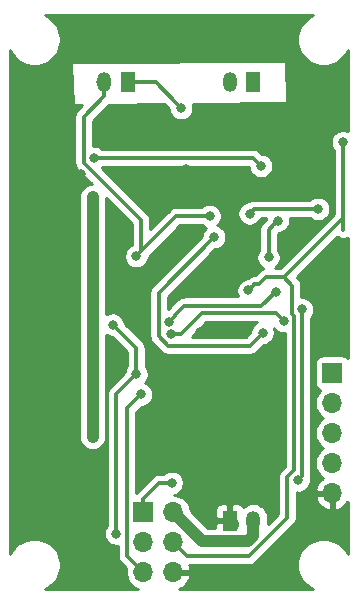
<source format=gbr>
G04 #@! TF.GenerationSoftware,KiCad,Pcbnew,5.1.5-52549c5~84~ubuntu18.04.1*
G04 #@! TF.CreationDate,2020-01-13T19:03:02+01:00*
G04 #@! TF.ProjectId,v4,76342e6b-6963-4616-945f-706362585858,rev?*
G04 #@! TF.SameCoordinates,Original*
G04 #@! TF.FileFunction,Copper,L2,Bot*
G04 #@! TF.FilePolarity,Positive*
%FSLAX46Y46*%
G04 Gerber Fmt 4.6, Leading zero omitted, Abs format (unit mm)*
G04 Created by KiCad (PCBNEW 5.1.5-52549c5~84~ubuntu18.04.1) date 2020-01-13 19:03:02*
%MOMM*%
%LPD*%
G04 APERTURE LIST*
%ADD10R,1.200000X1.700000*%
%ADD11O,1.200000X1.700000*%
%ADD12R,1.700000X1.700000*%
%ADD13O,1.700000X1.700000*%
%ADD14C,0.800000*%
%ADD15C,1.000000*%
%ADD16C,0.300000*%
%ADD17C,0.254000*%
G04 APERTURE END LIST*
D10*
X123217600Y-54387600D03*
D11*
X121217600Y-54387600D03*
D12*
X129917600Y-78987600D03*
D13*
X129917600Y-81527600D03*
X129917600Y-84067600D03*
X129917600Y-86607600D03*
X129917600Y-89147600D03*
D12*
X113917600Y-90787600D03*
D13*
X116457600Y-90787600D03*
X113917600Y-93327600D03*
X116457600Y-93327600D03*
X113917600Y-95867600D03*
X116457600Y-95867600D03*
D10*
X121217600Y-91487600D03*
D11*
X123217600Y-91487600D03*
D10*
X112617600Y-54387600D03*
D11*
X110617600Y-54387600D03*
D14*
X112717600Y-67287600D03*
X111219064Y-73686136D03*
X119117600Y-86987600D03*
X120217600Y-86987600D03*
X121317600Y-86987600D03*
X122417600Y-86987600D03*
X117317600Y-68187600D03*
X106417600Y-62137610D03*
X119817600Y-51587600D03*
X119817600Y-49187600D03*
X104417600Y-59587600D03*
X108612556Y-62142654D03*
X116517600Y-68787600D03*
X118717600Y-75487600D03*
X114017600Y-75887600D03*
X117801870Y-86908949D03*
X112917600Y-50437610D03*
X113934889Y-50409368D03*
X128917600Y-74887600D03*
X117517600Y-61687600D03*
X113317600Y-69087600D03*
X119517596Y-65687600D03*
X117117600Y-56553279D03*
X109617635Y-64099235D03*
X109617631Y-84387631D03*
X124517600Y-69187600D03*
X125316827Y-66080902D03*
X123867592Y-61437608D03*
X109717600Y-60787600D03*
X125117600Y-72087600D03*
X116075647Y-74624439D03*
X122917598Y-65487602D03*
X128717618Y-65087600D03*
X119917600Y-67487600D03*
X124017610Y-75587594D03*
X113717600Y-80787600D03*
X122817578Y-71987598D03*
X130817610Y-59447358D03*
X127367579Y-73606829D03*
X127037787Y-88069510D03*
X116317600Y-88287600D03*
X111317600Y-74887600D03*
X113317600Y-79087600D03*
X125817600Y-74587604D03*
X116243643Y-75711547D03*
X111617608Y-92587620D03*
D15*
X121517600Y-91787600D02*
X121517600Y-91837600D01*
X121217600Y-91487600D02*
X121517600Y-91787600D01*
X118857600Y-93187600D02*
X116457600Y-90787600D01*
X118907601Y-93237601D02*
X118857600Y-93187600D01*
X122757601Y-93237601D02*
X118907601Y-93237601D01*
X123217600Y-91487600D02*
X123217600Y-92777602D01*
X123217600Y-92777602D02*
X122757601Y-93237601D01*
D16*
X110117600Y-54387600D02*
X110617600Y-54387600D01*
X108867599Y-61195601D02*
X113717599Y-66045601D01*
X110617600Y-54387600D02*
X110617600Y-55537600D01*
X113717599Y-68687601D02*
X113317600Y-69087600D01*
X110617600Y-55537600D02*
X108867599Y-57287601D01*
X108867599Y-57287601D02*
X108867599Y-61195601D01*
X113717599Y-66045601D02*
X113717599Y-68687601D01*
X118951911Y-65687600D02*
X119517596Y-65687600D01*
X113317600Y-69087600D02*
X116717600Y-65687600D01*
X116717600Y-65687600D02*
X118951911Y-65687600D01*
X112617600Y-54387600D02*
X114951921Y-54387600D01*
X114951921Y-54387600D02*
X116717601Y-56153280D01*
X116717601Y-56153280D02*
X117117600Y-56553279D01*
D15*
X109617635Y-64099235D02*
X109617635Y-84387627D01*
X109617635Y-84387627D02*
X109617631Y-84387631D01*
D16*
X124916828Y-66480901D02*
X125316827Y-66080902D01*
X124517600Y-69187600D02*
X124517600Y-66880129D01*
X124517600Y-66880129D02*
X124916828Y-66480901D01*
X123867592Y-61437608D02*
X123217584Y-60787600D01*
X110283285Y-60787600D02*
X109717600Y-60787600D01*
X123217584Y-60787600D02*
X110283285Y-60787600D01*
X123917611Y-73287589D02*
X117383278Y-73287589D01*
X125117600Y-72087600D02*
X123917611Y-73287589D01*
X117383278Y-73287589D02*
X116683276Y-73987591D01*
X116717600Y-73987600D02*
X116712486Y-73987600D01*
X116712486Y-73987600D02*
X116475646Y-74224440D01*
X116475646Y-74224440D02*
X116075647Y-74624439D01*
X128151933Y-65087600D02*
X128717618Y-65087600D01*
X123317600Y-65087600D02*
X128151933Y-65087600D01*
X122917598Y-65487602D02*
X123317600Y-65087600D01*
X119917600Y-67487600D02*
X115217600Y-72187600D01*
X115217600Y-72187600D02*
X115217600Y-75887600D01*
X115217600Y-75887600D02*
X116017599Y-76687599D01*
X123617611Y-75987593D02*
X124017610Y-75587594D01*
X122917605Y-76687599D02*
X123617611Y-75987593D01*
X116017599Y-76687599D02*
X122917605Y-76687599D01*
X112517600Y-81987600D02*
X113317601Y-81187599D01*
X113917600Y-95867600D02*
X112517600Y-94467600D01*
X113317601Y-81187599D02*
X113717600Y-80787600D01*
X112517600Y-94467600D02*
X112517600Y-81987600D01*
X123217577Y-71587599D02*
X122817578Y-71987598D01*
X123717599Y-71487601D02*
X123317575Y-71487601D01*
X123317575Y-71487601D02*
X123217577Y-71587599D01*
X123717599Y-71487601D02*
X124333640Y-70871560D01*
X124333640Y-70871560D02*
X125798085Y-70871560D01*
X130817610Y-65852035D02*
X125798085Y-70871560D01*
X130817610Y-59447358D02*
X130817610Y-66852035D01*
X126667602Y-74164856D02*
X126667602Y-86537598D01*
X126517577Y-74014831D02*
X126667602Y-74164856D01*
X125798085Y-70871560D02*
X126517577Y-71591052D01*
X126517577Y-71591052D02*
X126517577Y-74014831D01*
X117307599Y-94177599D02*
X116457600Y-93327600D01*
X122851120Y-94487600D02*
X117617600Y-94487600D01*
X126117600Y-91221120D02*
X122851120Y-94487600D01*
X126117600Y-87787600D02*
X126117600Y-91221120D01*
X126667602Y-87237598D02*
X126117600Y-87787600D01*
X126667602Y-86537598D02*
X126667602Y-87237598D01*
X117617600Y-94487600D02*
X117307599Y-94177599D01*
X127367579Y-87739718D02*
X127037787Y-88069510D01*
X127367579Y-73606829D02*
X127367579Y-87739718D01*
X115751915Y-88287600D02*
X116317600Y-88287600D01*
X113917600Y-90787600D02*
X113917600Y-89637600D01*
X113917600Y-89637600D02*
X115267600Y-88287600D01*
X115267600Y-88287600D02*
X115751915Y-88287600D01*
X113317600Y-78521915D02*
X113317600Y-79087600D01*
X113317600Y-76887600D02*
X113317600Y-78521915D01*
X111317600Y-74887600D02*
X113317600Y-76887600D01*
X118917600Y-73887600D02*
X117217600Y-75587600D01*
X125117596Y-73887600D02*
X118917600Y-73887600D01*
X125817600Y-74587604D02*
X125117596Y-73887600D01*
X117101635Y-75711547D02*
X116809328Y-75711547D01*
X117225578Y-75587604D02*
X117101635Y-75711547D01*
X116809328Y-75711547D02*
X116243643Y-75711547D01*
X111617608Y-92021935D02*
X111617608Y-92587620D01*
X111617608Y-80787592D02*
X111617608Y-92021935D01*
X113317600Y-79087600D02*
X111617608Y-80787592D01*
D17*
G36*
X128108931Y-48756969D02*
G01*
X127742871Y-49001562D01*
X127431562Y-49312871D01*
X127186969Y-49678931D01*
X127018490Y-50085675D01*
X126932600Y-50517472D01*
X126932600Y-50957728D01*
X127018490Y-51389525D01*
X127186969Y-51796269D01*
X127431562Y-52162329D01*
X127742871Y-52473638D01*
X128108931Y-52718231D01*
X128515675Y-52886710D01*
X128947472Y-52972600D01*
X129387728Y-52972600D01*
X129819525Y-52886710D01*
X130226269Y-52718231D01*
X130592329Y-52473638D01*
X130903638Y-52162329D01*
X131148231Y-51796269D01*
X131207600Y-51652940D01*
X131207600Y-58488621D01*
X131119508Y-58452132D01*
X130919549Y-58412358D01*
X130715671Y-58412358D01*
X130515712Y-58452132D01*
X130327354Y-58530153D01*
X130157836Y-58643421D01*
X130013673Y-58787584D01*
X129900405Y-58957102D01*
X129822384Y-59145460D01*
X129782610Y-59345419D01*
X129782610Y-59549297D01*
X129822384Y-59749256D01*
X129900405Y-59937614D01*
X130013673Y-60107132D01*
X130032610Y-60126069D01*
X130032611Y-65526876D01*
X125472928Y-70086560D01*
X125035162Y-70086560D01*
X125177374Y-69991537D01*
X125321537Y-69847374D01*
X125434805Y-69677856D01*
X125512826Y-69489498D01*
X125552600Y-69289539D01*
X125552600Y-69085661D01*
X125512826Y-68885702D01*
X125434805Y-68697344D01*
X125321537Y-68527826D01*
X125302600Y-68508889D01*
X125302600Y-67205285D01*
X125391983Y-67115902D01*
X125418766Y-67115902D01*
X125618725Y-67076128D01*
X125807083Y-66998107D01*
X125976601Y-66884839D01*
X126120764Y-66740676D01*
X126234032Y-66571158D01*
X126312053Y-66382800D01*
X126351827Y-66182841D01*
X126351827Y-65978963D01*
X126330670Y-65872600D01*
X128038907Y-65872600D01*
X128057844Y-65891537D01*
X128227362Y-66004805D01*
X128415720Y-66082826D01*
X128615679Y-66122600D01*
X128819557Y-66122600D01*
X129019516Y-66082826D01*
X129207874Y-66004805D01*
X129377392Y-65891537D01*
X129521555Y-65747374D01*
X129634823Y-65577856D01*
X129712844Y-65389498D01*
X129752618Y-65189539D01*
X129752618Y-64985661D01*
X129712844Y-64785702D01*
X129634823Y-64597344D01*
X129521555Y-64427826D01*
X129377392Y-64283663D01*
X129207874Y-64170395D01*
X129019516Y-64092374D01*
X128819557Y-64052600D01*
X128615679Y-64052600D01*
X128415720Y-64092374D01*
X128227362Y-64170395D01*
X128057844Y-64283663D01*
X128038907Y-64302600D01*
X123356152Y-64302600D01*
X123317599Y-64298803D01*
X123279046Y-64302600D01*
X123279039Y-64302600D01*
X123178090Y-64312543D01*
X123163712Y-64313959D01*
X123129272Y-64324406D01*
X123015740Y-64358846D01*
X122879367Y-64431738D01*
X122853945Y-64452602D01*
X122815659Y-64452602D01*
X122615700Y-64492376D01*
X122427342Y-64570397D01*
X122257824Y-64683665D01*
X122113661Y-64827828D01*
X122000393Y-64997346D01*
X121922372Y-65185704D01*
X121882598Y-65385663D01*
X121882598Y-65589541D01*
X121922372Y-65789500D01*
X122000393Y-65977858D01*
X122113661Y-66147376D01*
X122257824Y-66291539D01*
X122427342Y-66404807D01*
X122615700Y-66482828D01*
X122815659Y-66522602D01*
X123019537Y-66522602D01*
X123219496Y-66482828D01*
X123407854Y-66404807D01*
X123577372Y-66291539D01*
X123721535Y-66147376D01*
X123834803Y-65977858D01*
X123878403Y-65872600D01*
X124302984Y-65872600D01*
X124281827Y-65978963D01*
X124281827Y-66005746D01*
X123989786Y-66297786D01*
X123959837Y-66322365D01*
X123935259Y-66352313D01*
X123935255Y-66352317D01*
X123902290Y-66392485D01*
X123861739Y-66441896D01*
X123835206Y-66491537D01*
X123788846Y-66578270D01*
X123743959Y-66726243D01*
X123728803Y-66880129D01*
X123732601Y-66918692D01*
X123732600Y-68508889D01*
X123713663Y-68527826D01*
X123600395Y-68697344D01*
X123522374Y-68885702D01*
X123482600Y-69085661D01*
X123482600Y-69289539D01*
X123522374Y-69489498D01*
X123600395Y-69677856D01*
X123713663Y-69847374D01*
X123857826Y-69991537D01*
X124027344Y-70104805D01*
X124082177Y-70127518D01*
X124031780Y-70142806D01*
X123895407Y-70215698D01*
X123775876Y-70313796D01*
X123751295Y-70343748D01*
X123392442Y-70702601D01*
X123356131Y-70702601D01*
X123317575Y-70698804D01*
X123279020Y-70702601D01*
X123279014Y-70702601D01*
X123234624Y-70706973D01*
X123163689Y-70713959D01*
X123060603Y-70745230D01*
X123015715Y-70758847D01*
X122879342Y-70831739D01*
X122759811Y-70929837D01*
X122741131Y-70952598D01*
X122715639Y-70952598D01*
X122515680Y-70992372D01*
X122327322Y-71070393D01*
X122157804Y-71183661D01*
X122013641Y-71327824D01*
X121900373Y-71497342D01*
X121822352Y-71685700D01*
X121782578Y-71885659D01*
X121782578Y-72089537D01*
X121822352Y-72289496D01*
X121900373Y-72477854D01*
X121916900Y-72502589D01*
X117421830Y-72502589D01*
X117383277Y-72498792D01*
X117344724Y-72502589D01*
X117344717Y-72502589D01*
X117243768Y-72512532D01*
X117229390Y-72513948D01*
X117194950Y-72524395D01*
X117081418Y-72558835D01*
X116945045Y-72631727D01*
X116884837Y-72681139D01*
X116855465Y-72705244D01*
X116855462Y-72705247D01*
X116825514Y-72729825D01*
X116800935Y-72759774D01*
X116100931Y-73459779D01*
X116027415Y-73549359D01*
X116012309Y-73577620D01*
X116002600Y-73587329D01*
X116002600Y-72512757D01*
X119992757Y-68522600D01*
X120019539Y-68522600D01*
X120219498Y-68482826D01*
X120407856Y-68404805D01*
X120577374Y-68291537D01*
X120721537Y-68147374D01*
X120834805Y-67977856D01*
X120912826Y-67789498D01*
X120952600Y-67589539D01*
X120952600Y-67385661D01*
X120912826Y-67185702D01*
X120834805Y-66997344D01*
X120721537Y-66827826D01*
X120577374Y-66683663D01*
X120407856Y-66570395D01*
X120219498Y-66492374D01*
X120183661Y-66485246D01*
X120321533Y-66347374D01*
X120434801Y-66177856D01*
X120512822Y-65989498D01*
X120552596Y-65789539D01*
X120552596Y-65585661D01*
X120512822Y-65385702D01*
X120434801Y-65197344D01*
X120321533Y-65027826D01*
X120177370Y-64883663D01*
X120007852Y-64770395D01*
X119819494Y-64692374D01*
X119619535Y-64652600D01*
X119415657Y-64652600D01*
X119215698Y-64692374D01*
X119027340Y-64770395D01*
X118857822Y-64883663D01*
X118838885Y-64902600D01*
X116756152Y-64902600D01*
X116717599Y-64898803D01*
X116679046Y-64902600D01*
X116679039Y-64902600D01*
X116578090Y-64912543D01*
X116563712Y-64913959D01*
X116498589Y-64933714D01*
X116415740Y-64958846D01*
X116279367Y-65031738D01*
X116257883Y-65049370D01*
X116189787Y-65105255D01*
X116189784Y-65105258D01*
X116159836Y-65129836D01*
X116135258Y-65159784D01*
X114502599Y-66792443D01*
X114502599Y-66084157D01*
X114506396Y-66045601D01*
X114502599Y-66007041D01*
X114502599Y-66007040D01*
X114497285Y-65953089D01*
X114491241Y-65891714D01*
X114446353Y-65743741D01*
X114421984Y-65698149D01*
X114373461Y-65607368D01*
X114275363Y-65487837D01*
X114245410Y-65463255D01*
X110375167Y-61593012D01*
X110377374Y-61591537D01*
X110396311Y-61572600D01*
X122839167Y-61572600D01*
X122872366Y-61739506D01*
X122950387Y-61927864D01*
X123063655Y-62097382D01*
X123207818Y-62241545D01*
X123377336Y-62354813D01*
X123565694Y-62432834D01*
X123765653Y-62472608D01*
X123969531Y-62472608D01*
X124169490Y-62432834D01*
X124357848Y-62354813D01*
X124527366Y-62241545D01*
X124671529Y-62097382D01*
X124784797Y-61927864D01*
X124862818Y-61739506D01*
X124902592Y-61539547D01*
X124902592Y-61335669D01*
X124862818Y-61135710D01*
X124784797Y-60947352D01*
X124671529Y-60777834D01*
X124527366Y-60633671D01*
X124357848Y-60520403D01*
X124169490Y-60442382D01*
X123969531Y-60402608D01*
X123942749Y-60402608D01*
X123799931Y-60259789D01*
X123775348Y-60229836D01*
X123655817Y-60131738D01*
X123519444Y-60058846D01*
X123371471Y-60013959D01*
X123256145Y-60002600D01*
X123256137Y-60002600D01*
X123217584Y-59998803D01*
X123179031Y-60002600D01*
X110396311Y-60002600D01*
X110377374Y-59983663D01*
X110207856Y-59870395D01*
X110019498Y-59792374D01*
X109819539Y-59752600D01*
X109652599Y-59752600D01*
X109652599Y-57612758D01*
X111004338Y-56261020D01*
X115669384Y-56215220D01*
X116082600Y-56628436D01*
X116082600Y-56655218D01*
X116122374Y-56855177D01*
X116200395Y-57043535D01*
X116313663Y-57213053D01*
X116457826Y-57357216D01*
X116627344Y-57470484D01*
X116815702Y-57548505D01*
X117015661Y-57588279D01*
X117219539Y-57588279D01*
X117419498Y-57548505D01*
X117607856Y-57470484D01*
X117777374Y-57357216D01*
X117921537Y-57213053D01*
X118034805Y-57043535D01*
X118112826Y-56855177D01*
X118152600Y-56655218D01*
X118152600Y-56451340D01*
X118112826Y-56251381D01*
X118088012Y-56191475D01*
X125918847Y-56114594D01*
X125944261Y-56111770D01*
X125967973Y-56104183D01*
X125989749Y-56092116D01*
X126008753Y-56076032D01*
X126024253Y-56056550D01*
X126035656Y-56034418D01*
X126042521Y-56010487D01*
X126044585Y-55985676D01*
X125994585Y-52685676D01*
X125991984Y-52661956D01*
X125984591Y-52638182D01*
X125972702Y-52616308D01*
X125956774Y-52597173D01*
X125937419Y-52581514D01*
X125915381Y-52569931D01*
X125891507Y-52562871D01*
X125866714Y-52560603D01*
X107941714Y-52685603D01*
X107912277Y-52689273D01*
X107888799Y-52697559D01*
X107867390Y-52710265D01*
X107848870Y-52726904D01*
X107833953Y-52746837D01*
X107823211Y-52769296D01*
X107817057Y-52793420D01*
X107815727Y-52818281D01*
X107965727Y-56168281D01*
X107968290Y-56188598D01*
X107975750Y-56212350D01*
X107987701Y-56234191D01*
X108003683Y-56253280D01*
X108023083Y-56268884D01*
X108045153Y-56280404D01*
X108069048Y-56287397D01*
X108093847Y-56289594D01*
X108762009Y-56283034D01*
X108339789Y-56705254D01*
X108309835Y-56729837D01*
X108211737Y-56849369D01*
X108138845Y-56985742D01*
X108093958Y-57133715D01*
X108082599Y-57249041D01*
X108082599Y-57249048D01*
X108078802Y-57287601D01*
X108082599Y-57326154D01*
X108082600Y-61157038D01*
X108078802Y-61195601D01*
X108093958Y-61349487D01*
X108138845Y-61497460D01*
X108138846Y-61497461D01*
X108211738Y-61633834D01*
X108252289Y-61683245D01*
X108285254Y-61723413D01*
X108285258Y-61723417D01*
X108309836Y-61753365D01*
X108339784Y-61777943D01*
X109529286Y-62967445D01*
X109395136Y-62980658D01*
X109181188Y-63045559D01*
X108984012Y-63150951D01*
X108811186Y-63292786D01*
X108669351Y-63465612D01*
X108563959Y-63662789D01*
X108499058Y-63876737D01*
X108482635Y-64043484D01*
X108482636Y-84331829D01*
X108477140Y-84387631D01*
X108499054Y-84610129D01*
X108563955Y-84824077D01*
X108669348Y-85021253D01*
X108811183Y-85194079D01*
X108984009Y-85335914D01*
X109181185Y-85441307D01*
X109395133Y-85506208D01*
X109617631Y-85528122D01*
X109840129Y-85506208D01*
X110054077Y-85441307D01*
X110251253Y-85335914D01*
X110251254Y-85335913D01*
X110251258Y-85335911D01*
X110424084Y-85194076D01*
X110565919Y-85021250D01*
X110671311Y-84824074D01*
X110736212Y-84610126D01*
X110752635Y-84443379D01*
X110752635Y-84443378D01*
X110758126Y-84387627D01*
X110752635Y-84331875D01*
X110752635Y-75754886D01*
X110827344Y-75804805D01*
X111015702Y-75882826D01*
X111215661Y-75922600D01*
X111242443Y-75922600D01*
X112532600Y-77212758D01*
X112532601Y-78408888D01*
X112513663Y-78427826D01*
X112400395Y-78597344D01*
X112322374Y-78785702D01*
X112282600Y-78985661D01*
X112282600Y-79012443D01*
X111089798Y-80205245D01*
X111059844Y-80229828D01*
X110961746Y-80349360D01*
X110888854Y-80485733D01*
X110843967Y-80633706D01*
X110832608Y-80749032D01*
X110832608Y-80749039D01*
X110828811Y-80787592D01*
X110832608Y-80826145D01*
X110832609Y-91908908D01*
X110813671Y-91927846D01*
X110700403Y-92097364D01*
X110622382Y-92285722D01*
X110582608Y-92485681D01*
X110582608Y-92689559D01*
X110622382Y-92889518D01*
X110700403Y-93077876D01*
X110813671Y-93247394D01*
X110957834Y-93391557D01*
X111127352Y-93504825D01*
X111315710Y-93582846D01*
X111515669Y-93622620D01*
X111719547Y-93622620D01*
X111732600Y-93620024D01*
X111732600Y-94429047D01*
X111728803Y-94467600D01*
X111732600Y-94506153D01*
X111732600Y-94506160D01*
X111743959Y-94621486D01*
X111788846Y-94769459D01*
X111861738Y-94905832D01*
X111959836Y-95025364D01*
X111989790Y-95049947D01*
X112470525Y-95530682D01*
X112432600Y-95721340D01*
X112432600Y-96013860D01*
X112489668Y-96300758D01*
X112601610Y-96571011D01*
X112764125Y-96814232D01*
X112970968Y-97021075D01*
X113214189Y-97183590D01*
X113441150Y-97277600D01*
X105582940Y-97277600D01*
X105726269Y-97218231D01*
X106092329Y-96973638D01*
X106403638Y-96662329D01*
X106648231Y-96296269D01*
X106816710Y-95889525D01*
X106902600Y-95457728D01*
X106902600Y-95017472D01*
X106816710Y-94585675D01*
X106648231Y-94178931D01*
X106403638Y-93812871D01*
X106092329Y-93501562D01*
X105726269Y-93256969D01*
X105319525Y-93088490D01*
X104887728Y-93002600D01*
X104447472Y-93002600D01*
X104015675Y-93088490D01*
X103608931Y-93256969D01*
X103242871Y-93501562D01*
X102931562Y-93812871D01*
X102686969Y-94178931D01*
X102627600Y-94322260D01*
X102627600Y-51652940D01*
X102686969Y-51796269D01*
X102931562Y-52162329D01*
X103242871Y-52473638D01*
X103608931Y-52718231D01*
X104015675Y-52886710D01*
X104447472Y-52972600D01*
X104887728Y-52972600D01*
X105319525Y-52886710D01*
X105726269Y-52718231D01*
X106092329Y-52473638D01*
X106403638Y-52162329D01*
X106648231Y-51796269D01*
X106816710Y-51389525D01*
X106902600Y-50957728D01*
X106902600Y-50517472D01*
X106816710Y-50085675D01*
X106648231Y-49678931D01*
X106403638Y-49312871D01*
X106092329Y-49001562D01*
X105726269Y-48756969D01*
X105582940Y-48697600D01*
X128252260Y-48697600D01*
X128108931Y-48756969D01*
G37*
X128108931Y-48756969D02*
X127742871Y-49001562D01*
X127431562Y-49312871D01*
X127186969Y-49678931D01*
X127018490Y-50085675D01*
X126932600Y-50517472D01*
X126932600Y-50957728D01*
X127018490Y-51389525D01*
X127186969Y-51796269D01*
X127431562Y-52162329D01*
X127742871Y-52473638D01*
X128108931Y-52718231D01*
X128515675Y-52886710D01*
X128947472Y-52972600D01*
X129387728Y-52972600D01*
X129819525Y-52886710D01*
X130226269Y-52718231D01*
X130592329Y-52473638D01*
X130903638Y-52162329D01*
X131148231Y-51796269D01*
X131207600Y-51652940D01*
X131207600Y-58488621D01*
X131119508Y-58452132D01*
X130919549Y-58412358D01*
X130715671Y-58412358D01*
X130515712Y-58452132D01*
X130327354Y-58530153D01*
X130157836Y-58643421D01*
X130013673Y-58787584D01*
X129900405Y-58957102D01*
X129822384Y-59145460D01*
X129782610Y-59345419D01*
X129782610Y-59549297D01*
X129822384Y-59749256D01*
X129900405Y-59937614D01*
X130013673Y-60107132D01*
X130032610Y-60126069D01*
X130032611Y-65526876D01*
X125472928Y-70086560D01*
X125035162Y-70086560D01*
X125177374Y-69991537D01*
X125321537Y-69847374D01*
X125434805Y-69677856D01*
X125512826Y-69489498D01*
X125552600Y-69289539D01*
X125552600Y-69085661D01*
X125512826Y-68885702D01*
X125434805Y-68697344D01*
X125321537Y-68527826D01*
X125302600Y-68508889D01*
X125302600Y-67205285D01*
X125391983Y-67115902D01*
X125418766Y-67115902D01*
X125618725Y-67076128D01*
X125807083Y-66998107D01*
X125976601Y-66884839D01*
X126120764Y-66740676D01*
X126234032Y-66571158D01*
X126312053Y-66382800D01*
X126351827Y-66182841D01*
X126351827Y-65978963D01*
X126330670Y-65872600D01*
X128038907Y-65872600D01*
X128057844Y-65891537D01*
X128227362Y-66004805D01*
X128415720Y-66082826D01*
X128615679Y-66122600D01*
X128819557Y-66122600D01*
X129019516Y-66082826D01*
X129207874Y-66004805D01*
X129377392Y-65891537D01*
X129521555Y-65747374D01*
X129634823Y-65577856D01*
X129712844Y-65389498D01*
X129752618Y-65189539D01*
X129752618Y-64985661D01*
X129712844Y-64785702D01*
X129634823Y-64597344D01*
X129521555Y-64427826D01*
X129377392Y-64283663D01*
X129207874Y-64170395D01*
X129019516Y-64092374D01*
X128819557Y-64052600D01*
X128615679Y-64052600D01*
X128415720Y-64092374D01*
X128227362Y-64170395D01*
X128057844Y-64283663D01*
X128038907Y-64302600D01*
X123356152Y-64302600D01*
X123317599Y-64298803D01*
X123279046Y-64302600D01*
X123279039Y-64302600D01*
X123178090Y-64312543D01*
X123163712Y-64313959D01*
X123129272Y-64324406D01*
X123015740Y-64358846D01*
X122879367Y-64431738D01*
X122853945Y-64452602D01*
X122815659Y-64452602D01*
X122615700Y-64492376D01*
X122427342Y-64570397D01*
X122257824Y-64683665D01*
X122113661Y-64827828D01*
X122000393Y-64997346D01*
X121922372Y-65185704D01*
X121882598Y-65385663D01*
X121882598Y-65589541D01*
X121922372Y-65789500D01*
X122000393Y-65977858D01*
X122113661Y-66147376D01*
X122257824Y-66291539D01*
X122427342Y-66404807D01*
X122615700Y-66482828D01*
X122815659Y-66522602D01*
X123019537Y-66522602D01*
X123219496Y-66482828D01*
X123407854Y-66404807D01*
X123577372Y-66291539D01*
X123721535Y-66147376D01*
X123834803Y-65977858D01*
X123878403Y-65872600D01*
X124302984Y-65872600D01*
X124281827Y-65978963D01*
X124281827Y-66005746D01*
X123989786Y-66297786D01*
X123959837Y-66322365D01*
X123935259Y-66352313D01*
X123935255Y-66352317D01*
X123902290Y-66392485D01*
X123861739Y-66441896D01*
X123835206Y-66491537D01*
X123788846Y-66578270D01*
X123743959Y-66726243D01*
X123728803Y-66880129D01*
X123732601Y-66918692D01*
X123732600Y-68508889D01*
X123713663Y-68527826D01*
X123600395Y-68697344D01*
X123522374Y-68885702D01*
X123482600Y-69085661D01*
X123482600Y-69289539D01*
X123522374Y-69489498D01*
X123600395Y-69677856D01*
X123713663Y-69847374D01*
X123857826Y-69991537D01*
X124027344Y-70104805D01*
X124082177Y-70127518D01*
X124031780Y-70142806D01*
X123895407Y-70215698D01*
X123775876Y-70313796D01*
X123751295Y-70343748D01*
X123392442Y-70702601D01*
X123356131Y-70702601D01*
X123317575Y-70698804D01*
X123279020Y-70702601D01*
X123279014Y-70702601D01*
X123234624Y-70706973D01*
X123163689Y-70713959D01*
X123060603Y-70745230D01*
X123015715Y-70758847D01*
X122879342Y-70831739D01*
X122759811Y-70929837D01*
X122741131Y-70952598D01*
X122715639Y-70952598D01*
X122515680Y-70992372D01*
X122327322Y-71070393D01*
X122157804Y-71183661D01*
X122013641Y-71327824D01*
X121900373Y-71497342D01*
X121822352Y-71685700D01*
X121782578Y-71885659D01*
X121782578Y-72089537D01*
X121822352Y-72289496D01*
X121900373Y-72477854D01*
X121916900Y-72502589D01*
X117421830Y-72502589D01*
X117383277Y-72498792D01*
X117344724Y-72502589D01*
X117344717Y-72502589D01*
X117243768Y-72512532D01*
X117229390Y-72513948D01*
X117194950Y-72524395D01*
X117081418Y-72558835D01*
X116945045Y-72631727D01*
X116884837Y-72681139D01*
X116855465Y-72705244D01*
X116855462Y-72705247D01*
X116825514Y-72729825D01*
X116800935Y-72759774D01*
X116100931Y-73459779D01*
X116027415Y-73549359D01*
X116012309Y-73577620D01*
X116002600Y-73587329D01*
X116002600Y-72512757D01*
X119992757Y-68522600D01*
X120019539Y-68522600D01*
X120219498Y-68482826D01*
X120407856Y-68404805D01*
X120577374Y-68291537D01*
X120721537Y-68147374D01*
X120834805Y-67977856D01*
X120912826Y-67789498D01*
X120952600Y-67589539D01*
X120952600Y-67385661D01*
X120912826Y-67185702D01*
X120834805Y-66997344D01*
X120721537Y-66827826D01*
X120577374Y-66683663D01*
X120407856Y-66570395D01*
X120219498Y-66492374D01*
X120183661Y-66485246D01*
X120321533Y-66347374D01*
X120434801Y-66177856D01*
X120512822Y-65989498D01*
X120552596Y-65789539D01*
X120552596Y-65585661D01*
X120512822Y-65385702D01*
X120434801Y-65197344D01*
X120321533Y-65027826D01*
X120177370Y-64883663D01*
X120007852Y-64770395D01*
X119819494Y-64692374D01*
X119619535Y-64652600D01*
X119415657Y-64652600D01*
X119215698Y-64692374D01*
X119027340Y-64770395D01*
X118857822Y-64883663D01*
X118838885Y-64902600D01*
X116756152Y-64902600D01*
X116717599Y-64898803D01*
X116679046Y-64902600D01*
X116679039Y-64902600D01*
X116578090Y-64912543D01*
X116563712Y-64913959D01*
X116498589Y-64933714D01*
X116415740Y-64958846D01*
X116279367Y-65031738D01*
X116257883Y-65049370D01*
X116189787Y-65105255D01*
X116189784Y-65105258D01*
X116159836Y-65129836D01*
X116135258Y-65159784D01*
X114502599Y-66792443D01*
X114502599Y-66084157D01*
X114506396Y-66045601D01*
X114502599Y-66007041D01*
X114502599Y-66007040D01*
X114497285Y-65953089D01*
X114491241Y-65891714D01*
X114446353Y-65743741D01*
X114421984Y-65698149D01*
X114373461Y-65607368D01*
X114275363Y-65487837D01*
X114245410Y-65463255D01*
X110375167Y-61593012D01*
X110377374Y-61591537D01*
X110396311Y-61572600D01*
X122839167Y-61572600D01*
X122872366Y-61739506D01*
X122950387Y-61927864D01*
X123063655Y-62097382D01*
X123207818Y-62241545D01*
X123377336Y-62354813D01*
X123565694Y-62432834D01*
X123765653Y-62472608D01*
X123969531Y-62472608D01*
X124169490Y-62432834D01*
X124357848Y-62354813D01*
X124527366Y-62241545D01*
X124671529Y-62097382D01*
X124784797Y-61927864D01*
X124862818Y-61739506D01*
X124902592Y-61539547D01*
X124902592Y-61335669D01*
X124862818Y-61135710D01*
X124784797Y-60947352D01*
X124671529Y-60777834D01*
X124527366Y-60633671D01*
X124357848Y-60520403D01*
X124169490Y-60442382D01*
X123969531Y-60402608D01*
X123942749Y-60402608D01*
X123799931Y-60259789D01*
X123775348Y-60229836D01*
X123655817Y-60131738D01*
X123519444Y-60058846D01*
X123371471Y-60013959D01*
X123256145Y-60002600D01*
X123256137Y-60002600D01*
X123217584Y-59998803D01*
X123179031Y-60002600D01*
X110396311Y-60002600D01*
X110377374Y-59983663D01*
X110207856Y-59870395D01*
X110019498Y-59792374D01*
X109819539Y-59752600D01*
X109652599Y-59752600D01*
X109652599Y-57612758D01*
X111004338Y-56261020D01*
X115669384Y-56215220D01*
X116082600Y-56628436D01*
X116082600Y-56655218D01*
X116122374Y-56855177D01*
X116200395Y-57043535D01*
X116313663Y-57213053D01*
X116457826Y-57357216D01*
X116627344Y-57470484D01*
X116815702Y-57548505D01*
X117015661Y-57588279D01*
X117219539Y-57588279D01*
X117419498Y-57548505D01*
X117607856Y-57470484D01*
X117777374Y-57357216D01*
X117921537Y-57213053D01*
X118034805Y-57043535D01*
X118112826Y-56855177D01*
X118152600Y-56655218D01*
X118152600Y-56451340D01*
X118112826Y-56251381D01*
X118088012Y-56191475D01*
X125918847Y-56114594D01*
X125944261Y-56111770D01*
X125967973Y-56104183D01*
X125989749Y-56092116D01*
X126008753Y-56076032D01*
X126024253Y-56056550D01*
X126035656Y-56034418D01*
X126042521Y-56010487D01*
X126044585Y-55985676D01*
X125994585Y-52685676D01*
X125991984Y-52661956D01*
X125984591Y-52638182D01*
X125972702Y-52616308D01*
X125956774Y-52597173D01*
X125937419Y-52581514D01*
X125915381Y-52569931D01*
X125891507Y-52562871D01*
X125866714Y-52560603D01*
X107941714Y-52685603D01*
X107912277Y-52689273D01*
X107888799Y-52697559D01*
X107867390Y-52710265D01*
X107848870Y-52726904D01*
X107833953Y-52746837D01*
X107823211Y-52769296D01*
X107817057Y-52793420D01*
X107815727Y-52818281D01*
X107965727Y-56168281D01*
X107968290Y-56188598D01*
X107975750Y-56212350D01*
X107987701Y-56234191D01*
X108003683Y-56253280D01*
X108023083Y-56268884D01*
X108045153Y-56280404D01*
X108069048Y-56287397D01*
X108093847Y-56289594D01*
X108762009Y-56283034D01*
X108339789Y-56705254D01*
X108309835Y-56729837D01*
X108211737Y-56849369D01*
X108138845Y-56985742D01*
X108093958Y-57133715D01*
X108082599Y-57249041D01*
X108082599Y-57249048D01*
X108078802Y-57287601D01*
X108082599Y-57326154D01*
X108082600Y-61157038D01*
X108078802Y-61195601D01*
X108093958Y-61349487D01*
X108138845Y-61497460D01*
X108138846Y-61497461D01*
X108211738Y-61633834D01*
X108252289Y-61683245D01*
X108285254Y-61723413D01*
X108285258Y-61723417D01*
X108309836Y-61753365D01*
X108339784Y-61777943D01*
X109529286Y-62967445D01*
X109395136Y-62980658D01*
X109181188Y-63045559D01*
X108984012Y-63150951D01*
X108811186Y-63292786D01*
X108669351Y-63465612D01*
X108563959Y-63662789D01*
X108499058Y-63876737D01*
X108482635Y-64043484D01*
X108482636Y-84331829D01*
X108477140Y-84387631D01*
X108499054Y-84610129D01*
X108563955Y-84824077D01*
X108669348Y-85021253D01*
X108811183Y-85194079D01*
X108984009Y-85335914D01*
X109181185Y-85441307D01*
X109395133Y-85506208D01*
X109617631Y-85528122D01*
X109840129Y-85506208D01*
X110054077Y-85441307D01*
X110251253Y-85335914D01*
X110251254Y-85335913D01*
X110251258Y-85335911D01*
X110424084Y-85194076D01*
X110565919Y-85021250D01*
X110671311Y-84824074D01*
X110736212Y-84610126D01*
X110752635Y-84443379D01*
X110752635Y-84443378D01*
X110758126Y-84387627D01*
X110752635Y-84331875D01*
X110752635Y-75754886D01*
X110827344Y-75804805D01*
X111015702Y-75882826D01*
X111215661Y-75922600D01*
X111242443Y-75922600D01*
X112532600Y-77212758D01*
X112532601Y-78408888D01*
X112513663Y-78427826D01*
X112400395Y-78597344D01*
X112322374Y-78785702D01*
X112282600Y-78985661D01*
X112282600Y-79012443D01*
X111089798Y-80205245D01*
X111059844Y-80229828D01*
X110961746Y-80349360D01*
X110888854Y-80485733D01*
X110843967Y-80633706D01*
X110832608Y-80749032D01*
X110832608Y-80749039D01*
X110828811Y-80787592D01*
X110832608Y-80826145D01*
X110832609Y-91908908D01*
X110813671Y-91927846D01*
X110700403Y-92097364D01*
X110622382Y-92285722D01*
X110582608Y-92485681D01*
X110582608Y-92689559D01*
X110622382Y-92889518D01*
X110700403Y-93077876D01*
X110813671Y-93247394D01*
X110957834Y-93391557D01*
X111127352Y-93504825D01*
X111315710Y-93582846D01*
X111515669Y-93622620D01*
X111719547Y-93622620D01*
X111732600Y-93620024D01*
X111732600Y-94429047D01*
X111728803Y-94467600D01*
X111732600Y-94506153D01*
X111732600Y-94506160D01*
X111743959Y-94621486D01*
X111788846Y-94769459D01*
X111861738Y-94905832D01*
X111959836Y-95025364D01*
X111989790Y-95049947D01*
X112470525Y-95530682D01*
X112432600Y-95721340D01*
X112432600Y-96013860D01*
X112489668Y-96300758D01*
X112601610Y-96571011D01*
X112764125Y-96814232D01*
X112970968Y-97021075D01*
X113214189Y-97183590D01*
X113441150Y-97277600D01*
X105582940Y-97277600D01*
X105726269Y-97218231D01*
X106092329Y-96973638D01*
X106403638Y-96662329D01*
X106648231Y-96296269D01*
X106816710Y-95889525D01*
X106902600Y-95457728D01*
X106902600Y-95017472D01*
X106816710Y-94585675D01*
X106648231Y-94178931D01*
X106403638Y-93812871D01*
X106092329Y-93501562D01*
X105726269Y-93256969D01*
X105319525Y-93088490D01*
X104887728Y-93002600D01*
X104447472Y-93002600D01*
X104015675Y-93088490D01*
X103608931Y-93256969D01*
X103242871Y-93501562D01*
X102931562Y-93812871D01*
X102686969Y-94178931D01*
X102627600Y-94322260D01*
X102627600Y-51652940D01*
X102686969Y-51796269D01*
X102931562Y-52162329D01*
X103242871Y-52473638D01*
X103608931Y-52718231D01*
X104015675Y-52886710D01*
X104447472Y-52972600D01*
X104887728Y-52972600D01*
X105319525Y-52886710D01*
X105726269Y-52718231D01*
X106092329Y-52473638D01*
X106403638Y-52162329D01*
X106648231Y-51796269D01*
X106816710Y-51389525D01*
X106902600Y-50957728D01*
X106902600Y-50517472D01*
X106816710Y-50085675D01*
X106648231Y-49678931D01*
X106403638Y-49312871D01*
X106092329Y-49001562D01*
X105726269Y-48756969D01*
X105582940Y-48697600D01*
X128252260Y-48697600D01*
X128108931Y-48756969D01*
G36*
X130379378Y-67507897D02*
G01*
X130515751Y-67580789D01*
X130663724Y-67625676D01*
X130817610Y-67640833D01*
X130971497Y-67625676D01*
X131119470Y-67580789D01*
X131207600Y-67533683D01*
X131207601Y-77677236D01*
X131122094Y-77607063D01*
X131011780Y-77548098D01*
X130892082Y-77511788D01*
X130767600Y-77499528D01*
X129067600Y-77499528D01*
X128943118Y-77511788D01*
X128823420Y-77548098D01*
X128713106Y-77607063D01*
X128616415Y-77686415D01*
X128537063Y-77783106D01*
X128478098Y-77893420D01*
X128441788Y-78013118D01*
X128429528Y-78137600D01*
X128429528Y-79837600D01*
X128441788Y-79962082D01*
X128478098Y-80081780D01*
X128537063Y-80192094D01*
X128616415Y-80288785D01*
X128713106Y-80368137D01*
X128823420Y-80427102D01*
X128895980Y-80449113D01*
X128764125Y-80580968D01*
X128601610Y-80824189D01*
X128489668Y-81094442D01*
X128432600Y-81381340D01*
X128432600Y-81673860D01*
X128489668Y-81960758D01*
X128601610Y-82231011D01*
X128764125Y-82474232D01*
X128970968Y-82681075D01*
X129145360Y-82797600D01*
X128970968Y-82914125D01*
X128764125Y-83120968D01*
X128601610Y-83364189D01*
X128489668Y-83634442D01*
X128432600Y-83921340D01*
X128432600Y-84213860D01*
X128489668Y-84500758D01*
X128601610Y-84771011D01*
X128764125Y-85014232D01*
X128970968Y-85221075D01*
X129145360Y-85337600D01*
X128970968Y-85454125D01*
X128764125Y-85660968D01*
X128601610Y-85904189D01*
X128489668Y-86174442D01*
X128432600Y-86461340D01*
X128432600Y-86753860D01*
X128489668Y-87040758D01*
X128601610Y-87311011D01*
X128764125Y-87554232D01*
X128970968Y-87761075D01*
X129153134Y-87882795D01*
X129036245Y-87952422D01*
X128820012Y-88147331D01*
X128645959Y-88380680D01*
X128520775Y-88643501D01*
X128476124Y-88790710D01*
X128597445Y-89020600D01*
X129790600Y-89020600D01*
X129790600Y-89000600D01*
X130044600Y-89000600D01*
X130044600Y-89020600D01*
X130064600Y-89020600D01*
X130064600Y-89274600D01*
X130044600Y-89274600D01*
X130044600Y-90468414D01*
X130274491Y-90589081D01*
X130548852Y-90491757D01*
X130798955Y-90342778D01*
X131015188Y-90147869D01*
X131189241Y-89914520D01*
X131207601Y-89875974D01*
X131207601Y-94322263D01*
X131148231Y-94178931D01*
X130903638Y-93812871D01*
X130592329Y-93501562D01*
X130226269Y-93256969D01*
X129819525Y-93088490D01*
X129387728Y-93002600D01*
X128947472Y-93002600D01*
X128515675Y-93088490D01*
X128108931Y-93256969D01*
X127742871Y-93501562D01*
X127431562Y-93812871D01*
X127186969Y-94178931D01*
X127018490Y-94585675D01*
X126932600Y-95017472D01*
X126932600Y-95457728D01*
X127018490Y-95889525D01*
X127186969Y-96296269D01*
X127431562Y-96662329D01*
X127742871Y-96973638D01*
X128108931Y-97218231D01*
X128252260Y-97277600D01*
X116903237Y-97277600D01*
X117088852Y-97211757D01*
X117338955Y-97062778D01*
X117555188Y-96867869D01*
X117729241Y-96634520D01*
X117854425Y-96371699D01*
X117899076Y-96224490D01*
X117777755Y-95994600D01*
X116584600Y-95994600D01*
X116584600Y-96014600D01*
X116330600Y-96014600D01*
X116330600Y-95994600D01*
X116310600Y-95994600D01*
X116310600Y-95740600D01*
X116330600Y-95740600D01*
X116330600Y-95720600D01*
X116584600Y-95720600D01*
X116584600Y-95740600D01*
X117777755Y-95740600D01*
X117899076Y-95510710D01*
X117854425Y-95363501D01*
X117811128Y-95272600D01*
X122812567Y-95272600D01*
X122851120Y-95276397D01*
X122889673Y-95272600D01*
X122889681Y-95272600D01*
X123005007Y-95261241D01*
X123152980Y-95216354D01*
X123289353Y-95143462D01*
X123408884Y-95045364D01*
X123433467Y-95015410D01*
X126645416Y-91803462D01*
X126675364Y-91778884D01*
X126712010Y-91734232D01*
X126724050Y-91719561D01*
X126773462Y-91659353D01*
X126846354Y-91522980D01*
X126891241Y-91375007D01*
X126902600Y-91259681D01*
X126902600Y-91259674D01*
X126906397Y-91221121D01*
X126902600Y-91182568D01*
X126902600Y-89504490D01*
X128476124Y-89504490D01*
X128520775Y-89651699D01*
X128645959Y-89914520D01*
X128820012Y-90147869D01*
X129036245Y-90342778D01*
X129286348Y-90491757D01*
X129560709Y-90589081D01*
X129790600Y-90468414D01*
X129790600Y-89274600D01*
X128597445Y-89274600D01*
X128476124Y-89504490D01*
X126902600Y-89504490D01*
X126902600Y-89097897D01*
X126935848Y-89104510D01*
X127139726Y-89104510D01*
X127339685Y-89064736D01*
X127528043Y-88986715D01*
X127697561Y-88873447D01*
X127841724Y-88729284D01*
X127954992Y-88559766D01*
X128033013Y-88371408D01*
X128072787Y-88171449D01*
X128072787Y-88085630D01*
X128096333Y-88041578D01*
X128141220Y-87893605D01*
X128152579Y-87778279D01*
X128152579Y-87778272D01*
X128156376Y-87739719D01*
X128152579Y-87701166D01*
X128152579Y-74285540D01*
X128171516Y-74266603D01*
X128284784Y-74097085D01*
X128362805Y-73908727D01*
X128402579Y-73708768D01*
X128402579Y-73504890D01*
X128362805Y-73304931D01*
X128284784Y-73116573D01*
X128171516Y-72947055D01*
X128027353Y-72802892D01*
X127857835Y-72689624D01*
X127669477Y-72611603D01*
X127469518Y-72571829D01*
X127302577Y-72571829D01*
X127302577Y-71629604D01*
X127306374Y-71591051D01*
X127302577Y-71552498D01*
X127302577Y-71552491D01*
X127291218Y-71437165D01*
X127288840Y-71429324D01*
X127267460Y-71358846D01*
X127246331Y-71289192D01*
X127173439Y-71152819D01*
X127075341Y-71033288D01*
X127045393Y-71008711D01*
X126908242Y-70871560D01*
X130320350Y-67459453D01*
X130379378Y-67507897D01*
G37*
X130379378Y-67507897D02*
X130515751Y-67580789D01*
X130663724Y-67625676D01*
X130817610Y-67640833D01*
X130971497Y-67625676D01*
X131119470Y-67580789D01*
X131207600Y-67533683D01*
X131207601Y-77677236D01*
X131122094Y-77607063D01*
X131011780Y-77548098D01*
X130892082Y-77511788D01*
X130767600Y-77499528D01*
X129067600Y-77499528D01*
X128943118Y-77511788D01*
X128823420Y-77548098D01*
X128713106Y-77607063D01*
X128616415Y-77686415D01*
X128537063Y-77783106D01*
X128478098Y-77893420D01*
X128441788Y-78013118D01*
X128429528Y-78137600D01*
X128429528Y-79837600D01*
X128441788Y-79962082D01*
X128478098Y-80081780D01*
X128537063Y-80192094D01*
X128616415Y-80288785D01*
X128713106Y-80368137D01*
X128823420Y-80427102D01*
X128895980Y-80449113D01*
X128764125Y-80580968D01*
X128601610Y-80824189D01*
X128489668Y-81094442D01*
X128432600Y-81381340D01*
X128432600Y-81673860D01*
X128489668Y-81960758D01*
X128601610Y-82231011D01*
X128764125Y-82474232D01*
X128970968Y-82681075D01*
X129145360Y-82797600D01*
X128970968Y-82914125D01*
X128764125Y-83120968D01*
X128601610Y-83364189D01*
X128489668Y-83634442D01*
X128432600Y-83921340D01*
X128432600Y-84213860D01*
X128489668Y-84500758D01*
X128601610Y-84771011D01*
X128764125Y-85014232D01*
X128970968Y-85221075D01*
X129145360Y-85337600D01*
X128970968Y-85454125D01*
X128764125Y-85660968D01*
X128601610Y-85904189D01*
X128489668Y-86174442D01*
X128432600Y-86461340D01*
X128432600Y-86753860D01*
X128489668Y-87040758D01*
X128601610Y-87311011D01*
X128764125Y-87554232D01*
X128970968Y-87761075D01*
X129153134Y-87882795D01*
X129036245Y-87952422D01*
X128820012Y-88147331D01*
X128645959Y-88380680D01*
X128520775Y-88643501D01*
X128476124Y-88790710D01*
X128597445Y-89020600D01*
X129790600Y-89020600D01*
X129790600Y-89000600D01*
X130044600Y-89000600D01*
X130044600Y-89020600D01*
X130064600Y-89020600D01*
X130064600Y-89274600D01*
X130044600Y-89274600D01*
X130044600Y-90468414D01*
X130274491Y-90589081D01*
X130548852Y-90491757D01*
X130798955Y-90342778D01*
X131015188Y-90147869D01*
X131189241Y-89914520D01*
X131207601Y-89875974D01*
X131207601Y-94322263D01*
X131148231Y-94178931D01*
X130903638Y-93812871D01*
X130592329Y-93501562D01*
X130226269Y-93256969D01*
X129819525Y-93088490D01*
X129387728Y-93002600D01*
X128947472Y-93002600D01*
X128515675Y-93088490D01*
X128108931Y-93256969D01*
X127742871Y-93501562D01*
X127431562Y-93812871D01*
X127186969Y-94178931D01*
X127018490Y-94585675D01*
X126932600Y-95017472D01*
X126932600Y-95457728D01*
X127018490Y-95889525D01*
X127186969Y-96296269D01*
X127431562Y-96662329D01*
X127742871Y-96973638D01*
X128108931Y-97218231D01*
X128252260Y-97277600D01*
X116903237Y-97277600D01*
X117088852Y-97211757D01*
X117338955Y-97062778D01*
X117555188Y-96867869D01*
X117729241Y-96634520D01*
X117854425Y-96371699D01*
X117899076Y-96224490D01*
X117777755Y-95994600D01*
X116584600Y-95994600D01*
X116584600Y-96014600D01*
X116330600Y-96014600D01*
X116330600Y-95994600D01*
X116310600Y-95994600D01*
X116310600Y-95740600D01*
X116330600Y-95740600D01*
X116330600Y-95720600D01*
X116584600Y-95720600D01*
X116584600Y-95740600D01*
X117777755Y-95740600D01*
X117899076Y-95510710D01*
X117854425Y-95363501D01*
X117811128Y-95272600D01*
X122812567Y-95272600D01*
X122851120Y-95276397D01*
X122889673Y-95272600D01*
X122889681Y-95272600D01*
X123005007Y-95261241D01*
X123152980Y-95216354D01*
X123289353Y-95143462D01*
X123408884Y-95045364D01*
X123433467Y-95015410D01*
X126645416Y-91803462D01*
X126675364Y-91778884D01*
X126712010Y-91734232D01*
X126724050Y-91719561D01*
X126773462Y-91659353D01*
X126846354Y-91522980D01*
X126891241Y-91375007D01*
X126902600Y-91259681D01*
X126902600Y-91259674D01*
X126906397Y-91221121D01*
X126902600Y-91182568D01*
X126902600Y-89504490D01*
X128476124Y-89504490D01*
X128520775Y-89651699D01*
X128645959Y-89914520D01*
X128820012Y-90147869D01*
X129036245Y-90342778D01*
X129286348Y-90491757D01*
X129560709Y-90589081D01*
X129790600Y-90468414D01*
X129790600Y-89274600D01*
X128597445Y-89274600D01*
X128476124Y-89504490D01*
X126902600Y-89504490D01*
X126902600Y-89097897D01*
X126935848Y-89104510D01*
X127139726Y-89104510D01*
X127339685Y-89064736D01*
X127528043Y-88986715D01*
X127697561Y-88873447D01*
X127841724Y-88729284D01*
X127954992Y-88559766D01*
X128033013Y-88371408D01*
X128072787Y-88171449D01*
X128072787Y-88085630D01*
X128096333Y-88041578D01*
X128141220Y-87893605D01*
X128152579Y-87778279D01*
X128152579Y-87778272D01*
X128156376Y-87739719D01*
X128152579Y-87701166D01*
X128152579Y-74285540D01*
X128171516Y-74266603D01*
X128284784Y-74097085D01*
X128362805Y-73908727D01*
X128402579Y-73708768D01*
X128402579Y-73504890D01*
X128362805Y-73304931D01*
X128284784Y-73116573D01*
X128171516Y-72947055D01*
X128027353Y-72802892D01*
X127857835Y-72689624D01*
X127669477Y-72611603D01*
X127469518Y-72571829D01*
X127302577Y-72571829D01*
X127302577Y-71629604D01*
X127306374Y-71591051D01*
X127302577Y-71552498D01*
X127302577Y-71552491D01*
X127291218Y-71437165D01*
X127288840Y-71429324D01*
X127267460Y-71358846D01*
X127246331Y-71289192D01*
X127173439Y-71152819D01*
X127075341Y-71033288D01*
X127045393Y-71008711D01*
X126908242Y-70871560D01*
X130320350Y-67459453D01*
X130379378Y-67507897D01*
G36*
X112932599Y-66370758D02*
G01*
X112932600Y-68126796D01*
X112827344Y-68170395D01*
X112657826Y-68283663D01*
X112513663Y-68427826D01*
X112400395Y-68597344D01*
X112322374Y-68785702D01*
X112282600Y-68985661D01*
X112282600Y-69189539D01*
X112322374Y-69389498D01*
X112400395Y-69577856D01*
X112513663Y-69747374D01*
X112657826Y-69891537D01*
X112827344Y-70004805D01*
X113015702Y-70082826D01*
X113215661Y-70122600D01*
X113419539Y-70122600D01*
X113619498Y-70082826D01*
X113807856Y-70004805D01*
X113977374Y-69891537D01*
X114121537Y-69747374D01*
X114234805Y-69577856D01*
X114312826Y-69389498D01*
X114352600Y-69189539D01*
X114352600Y-69162757D01*
X117042758Y-66472600D01*
X118838885Y-66472600D01*
X118857822Y-66491537D01*
X119027340Y-66604805D01*
X119215698Y-66682826D01*
X119251535Y-66689954D01*
X119113663Y-66827826D01*
X119000395Y-66997344D01*
X118922374Y-67185702D01*
X118882600Y-67385661D01*
X118882600Y-67412443D01*
X114689790Y-71605253D01*
X114659836Y-71629836D01*
X114561738Y-71749368D01*
X114488846Y-71885741D01*
X114443959Y-72033714D01*
X114432600Y-72149040D01*
X114432600Y-72149047D01*
X114428803Y-72187600D01*
X114432600Y-72226153D01*
X114432601Y-75849037D01*
X114428803Y-75887600D01*
X114443959Y-76041486D01*
X114488846Y-76189459D01*
X114488847Y-76189460D01*
X114561739Y-76325833D01*
X114589605Y-76359787D01*
X114635255Y-76415412D01*
X114635259Y-76415416D01*
X114659837Y-76445364D01*
X114689785Y-76469942D01*
X115435256Y-77215414D01*
X115459835Y-77245363D01*
X115489783Y-77269941D01*
X115489786Y-77269944D01*
X115519158Y-77294049D01*
X115579366Y-77343461D01*
X115715739Y-77416353D01*
X115811376Y-77445364D01*
X115863711Y-77461240D01*
X115878089Y-77462656D01*
X115979038Y-77472599D01*
X115979045Y-77472599D01*
X116017598Y-77476396D01*
X116056151Y-77472599D01*
X122879052Y-77472599D01*
X122917605Y-77476396D01*
X122956158Y-77472599D01*
X122956166Y-77472599D01*
X123071492Y-77461240D01*
X123219465Y-77416353D01*
X123355838Y-77343461D01*
X123475369Y-77245363D01*
X123499952Y-77215410D01*
X124092768Y-76622594D01*
X124119549Y-76622594D01*
X124319508Y-76582820D01*
X124507866Y-76504799D01*
X124677384Y-76391531D01*
X124821547Y-76247368D01*
X124934815Y-76077850D01*
X125012836Y-75889492D01*
X125052610Y-75689533D01*
X125052610Y-75485655D01*
X125012836Y-75285696D01*
X124969728Y-75181624D01*
X125013663Y-75247378D01*
X125157826Y-75391541D01*
X125327344Y-75504809D01*
X125515702Y-75582830D01*
X125715661Y-75622604D01*
X125882602Y-75622604D01*
X125882603Y-86499028D01*
X125882602Y-86499038D01*
X125882602Y-86912440D01*
X125589789Y-87205254D01*
X125559836Y-87229836D01*
X125461738Y-87349368D01*
X125388846Y-87485741D01*
X125343959Y-87633714D01*
X125332600Y-87749040D01*
X125332600Y-87749047D01*
X125328803Y-87787600D01*
X125332600Y-87826153D01*
X125332601Y-90895961D01*
X124452600Y-91775962D01*
X124452600Y-91176935D01*
X124434730Y-90995498D01*
X124364111Y-90762699D01*
X124249433Y-90548151D01*
X124095102Y-90360098D01*
X123907048Y-90205767D01*
X123692500Y-90091089D01*
X123459701Y-90020470D01*
X123217600Y-89996625D01*
X122975498Y-90020470D01*
X122742699Y-90091089D01*
X122528151Y-90205767D01*
X122374291Y-90332036D01*
X122348137Y-90283106D01*
X122268785Y-90186415D01*
X122172094Y-90107063D01*
X122061780Y-90048098D01*
X121942082Y-90011788D01*
X121817600Y-89999528D01*
X121503350Y-90002600D01*
X121344600Y-90161350D01*
X121344600Y-91360600D01*
X121364600Y-91360600D01*
X121364600Y-91614600D01*
X121344600Y-91614600D01*
X121344600Y-91634600D01*
X121090600Y-91634600D01*
X121090600Y-91614600D01*
X120141350Y-91614600D01*
X119982600Y-91773350D01*
X119980807Y-92102601D01*
X119377734Y-92102601D01*
X117942600Y-90667468D01*
X117942600Y-90641340D01*
X117941857Y-90637600D01*
X119979528Y-90637600D01*
X119982600Y-91201850D01*
X120141350Y-91360600D01*
X121090600Y-91360600D01*
X121090600Y-90161350D01*
X120931850Y-90002600D01*
X120617600Y-89999528D01*
X120493118Y-90011788D01*
X120373420Y-90048098D01*
X120263106Y-90107063D01*
X120166415Y-90186415D01*
X120087063Y-90283106D01*
X120028098Y-90393420D01*
X119991788Y-90513118D01*
X119979528Y-90637600D01*
X117941857Y-90637600D01*
X117885532Y-90354442D01*
X117773590Y-90084189D01*
X117611075Y-89840968D01*
X117404232Y-89634125D01*
X117161011Y-89471610D01*
X116890758Y-89359668D01*
X116603860Y-89302600D01*
X116520087Y-89302600D01*
X116619498Y-89282826D01*
X116807856Y-89204805D01*
X116977374Y-89091537D01*
X117121537Y-88947374D01*
X117234805Y-88777856D01*
X117312826Y-88589498D01*
X117352600Y-88389539D01*
X117352600Y-88185661D01*
X117312826Y-87985702D01*
X117234805Y-87797344D01*
X117121537Y-87627826D01*
X116977374Y-87483663D01*
X116807856Y-87370395D01*
X116619498Y-87292374D01*
X116419539Y-87252600D01*
X116215661Y-87252600D01*
X116015702Y-87292374D01*
X115827344Y-87370395D01*
X115657826Y-87483663D01*
X115638889Y-87502600D01*
X115306152Y-87502600D01*
X115267599Y-87498803D01*
X115229046Y-87502600D01*
X115229039Y-87502600D01*
X115128090Y-87512543D01*
X115113712Y-87513959D01*
X115079272Y-87524406D01*
X114965740Y-87558846D01*
X114829367Y-87631738D01*
X114775640Y-87675831D01*
X114739787Y-87705255D01*
X114739784Y-87705258D01*
X114709836Y-87729836D01*
X114685258Y-87759784D01*
X113389785Y-89055258D01*
X113359837Y-89079836D01*
X113335259Y-89109784D01*
X113335255Y-89109788D01*
X113302600Y-89149578D01*
X113302600Y-82312757D01*
X113792758Y-81822600D01*
X113819539Y-81822600D01*
X114019498Y-81782826D01*
X114207856Y-81704805D01*
X114377374Y-81591537D01*
X114521537Y-81447374D01*
X114634805Y-81277856D01*
X114712826Y-81089498D01*
X114752600Y-80889539D01*
X114752600Y-80685661D01*
X114712826Y-80485702D01*
X114634805Y-80297344D01*
X114521537Y-80127826D01*
X114377374Y-79983663D01*
X114207856Y-79870395D01*
X114059831Y-79809080D01*
X114121537Y-79747374D01*
X114234805Y-79577856D01*
X114312826Y-79389498D01*
X114352600Y-79189539D01*
X114352600Y-78985661D01*
X114312826Y-78785702D01*
X114234805Y-78597344D01*
X114121537Y-78427826D01*
X114102600Y-78408889D01*
X114102600Y-76926152D01*
X114106397Y-76887599D01*
X114102600Y-76849046D01*
X114102600Y-76849039D01*
X114091241Y-76733713D01*
X114046354Y-76585740D01*
X113973462Y-76449367D01*
X113913576Y-76376397D01*
X113899945Y-76359787D01*
X113899942Y-76359784D01*
X113875364Y-76329836D01*
X113845417Y-76305259D01*
X112352600Y-74812443D01*
X112352600Y-74785661D01*
X112312826Y-74585702D01*
X112234805Y-74397344D01*
X112121537Y-74227826D01*
X111977374Y-74083663D01*
X111807856Y-73970395D01*
X111619498Y-73892374D01*
X111419539Y-73852600D01*
X111215661Y-73852600D01*
X111015702Y-73892374D01*
X110827344Y-73970395D01*
X110752635Y-74020314D01*
X110752635Y-64190794D01*
X112932599Y-66370758D01*
G37*
X112932599Y-66370758D02*
X112932600Y-68126796D01*
X112827344Y-68170395D01*
X112657826Y-68283663D01*
X112513663Y-68427826D01*
X112400395Y-68597344D01*
X112322374Y-68785702D01*
X112282600Y-68985661D01*
X112282600Y-69189539D01*
X112322374Y-69389498D01*
X112400395Y-69577856D01*
X112513663Y-69747374D01*
X112657826Y-69891537D01*
X112827344Y-70004805D01*
X113015702Y-70082826D01*
X113215661Y-70122600D01*
X113419539Y-70122600D01*
X113619498Y-70082826D01*
X113807856Y-70004805D01*
X113977374Y-69891537D01*
X114121537Y-69747374D01*
X114234805Y-69577856D01*
X114312826Y-69389498D01*
X114352600Y-69189539D01*
X114352600Y-69162757D01*
X117042758Y-66472600D01*
X118838885Y-66472600D01*
X118857822Y-66491537D01*
X119027340Y-66604805D01*
X119215698Y-66682826D01*
X119251535Y-66689954D01*
X119113663Y-66827826D01*
X119000395Y-66997344D01*
X118922374Y-67185702D01*
X118882600Y-67385661D01*
X118882600Y-67412443D01*
X114689790Y-71605253D01*
X114659836Y-71629836D01*
X114561738Y-71749368D01*
X114488846Y-71885741D01*
X114443959Y-72033714D01*
X114432600Y-72149040D01*
X114432600Y-72149047D01*
X114428803Y-72187600D01*
X114432600Y-72226153D01*
X114432601Y-75849037D01*
X114428803Y-75887600D01*
X114443959Y-76041486D01*
X114488846Y-76189459D01*
X114488847Y-76189460D01*
X114561739Y-76325833D01*
X114589605Y-76359787D01*
X114635255Y-76415412D01*
X114635259Y-76415416D01*
X114659837Y-76445364D01*
X114689785Y-76469942D01*
X115435256Y-77215414D01*
X115459835Y-77245363D01*
X115489783Y-77269941D01*
X115489786Y-77269944D01*
X115519158Y-77294049D01*
X115579366Y-77343461D01*
X115715739Y-77416353D01*
X115811376Y-77445364D01*
X115863711Y-77461240D01*
X115878089Y-77462656D01*
X115979038Y-77472599D01*
X115979045Y-77472599D01*
X116017598Y-77476396D01*
X116056151Y-77472599D01*
X122879052Y-77472599D01*
X122917605Y-77476396D01*
X122956158Y-77472599D01*
X122956166Y-77472599D01*
X123071492Y-77461240D01*
X123219465Y-77416353D01*
X123355838Y-77343461D01*
X123475369Y-77245363D01*
X123499952Y-77215410D01*
X124092768Y-76622594D01*
X124119549Y-76622594D01*
X124319508Y-76582820D01*
X124507866Y-76504799D01*
X124677384Y-76391531D01*
X124821547Y-76247368D01*
X124934815Y-76077850D01*
X125012836Y-75889492D01*
X125052610Y-75689533D01*
X125052610Y-75485655D01*
X125012836Y-75285696D01*
X124969728Y-75181624D01*
X125013663Y-75247378D01*
X125157826Y-75391541D01*
X125327344Y-75504809D01*
X125515702Y-75582830D01*
X125715661Y-75622604D01*
X125882602Y-75622604D01*
X125882603Y-86499028D01*
X125882602Y-86499038D01*
X125882602Y-86912440D01*
X125589789Y-87205254D01*
X125559836Y-87229836D01*
X125461738Y-87349368D01*
X125388846Y-87485741D01*
X125343959Y-87633714D01*
X125332600Y-87749040D01*
X125332600Y-87749047D01*
X125328803Y-87787600D01*
X125332600Y-87826153D01*
X125332601Y-90895961D01*
X124452600Y-91775962D01*
X124452600Y-91176935D01*
X124434730Y-90995498D01*
X124364111Y-90762699D01*
X124249433Y-90548151D01*
X124095102Y-90360098D01*
X123907048Y-90205767D01*
X123692500Y-90091089D01*
X123459701Y-90020470D01*
X123217600Y-89996625D01*
X122975498Y-90020470D01*
X122742699Y-90091089D01*
X122528151Y-90205767D01*
X122374291Y-90332036D01*
X122348137Y-90283106D01*
X122268785Y-90186415D01*
X122172094Y-90107063D01*
X122061780Y-90048098D01*
X121942082Y-90011788D01*
X121817600Y-89999528D01*
X121503350Y-90002600D01*
X121344600Y-90161350D01*
X121344600Y-91360600D01*
X121364600Y-91360600D01*
X121364600Y-91614600D01*
X121344600Y-91614600D01*
X121344600Y-91634600D01*
X121090600Y-91634600D01*
X121090600Y-91614600D01*
X120141350Y-91614600D01*
X119982600Y-91773350D01*
X119980807Y-92102601D01*
X119377734Y-92102601D01*
X117942600Y-90667468D01*
X117942600Y-90641340D01*
X117941857Y-90637600D01*
X119979528Y-90637600D01*
X119982600Y-91201850D01*
X120141350Y-91360600D01*
X121090600Y-91360600D01*
X121090600Y-90161350D01*
X120931850Y-90002600D01*
X120617600Y-89999528D01*
X120493118Y-90011788D01*
X120373420Y-90048098D01*
X120263106Y-90107063D01*
X120166415Y-90186415D01*
X120087063Y-90283106D01*
X120028098Y-90393420D01*
X119991788Y-90513118D01*
X119979528Y-90637600D01*
X117941857Y-90637600D01*
X117885532Y-90354442D01*
X117773590Y-90084189D01*
X117611075Y-89840968D01*
X117404232Y-89634125D01*
X117161011Y-89471610D01*
X116890758Y-89359668D01*
X116603860Y-89302600D01*
X116520087Y-89302600D01*
X116619498Y-89282826D01*
X116807856Y-89204805D01*
X116977374Y-89091537D01*
X117121537Y-88947374D01*
X117234805Y-88777856D01*
X117312826Y-88589498D01*
X117352600Y-88389539D01*
X117352600Y-88185661D01*
X117312826Y-87985702D01*
X117234805Y-87797344D01*
X117121537Y-87627826D01*
X116977374Y-87483663D01*
X116807856Y-87370395D01*
X116619498Y-87292374D01*
X116419539Y-87252600D01*
X116215661Y-87252600D01*
X116015702Y-87292374D01*
X115827344Y-87370395D01*
X115657826Y-87483663D01*
X115638889Y-87502600D01*
X115306152Y-87502600D01*
X115267599Y-87498803D01*
X115229046Y-87502600D01*
X115229039Y-87502600D01*
X115128090Y-87512543D01*
X115113712Y-87513959D01*
X115079272Y-87524406D01*
X114965740Y-87558846D01*
X114829367Y-87631738D01*
X114775640Y-87675831D01*
X114739787Y-87705255D01*
X114739784Y-87705258D01*
X114709836Y-87729836D01*
X114685258Y-87759784D01*
X113389785Y-89055258D01*
X113359837Y-89079836D01*
X113335259Y-89109784D01*
X113335255Y-89109788D01*
X113302600Y-89149578D01*
X113302600Y-82312757D01*
X113792758Y-81822600D01*
X113819539Y-81822600D01*
X114019498Y-81782826D01*
X114207856Y-81704805D01*
X114377374Y-81591537D01*
X114521537Y-81447374D01*
X114634805Y-81277856D01*
X114712826Y-81089498D01*
X114752600Y-80889539D01*
X114752600Y-80685661D01*
X114712826Y-80485702D01*
X114634805Y-80297344D01*
X114521537Y-80127826D01*
X114377374Y-79983663D01*
X114207856Y-79870395D01*
X114059831Y-79809080D01*
X114121537Y-79747374D01*
X114234805Y-79577856D01*
X114312826Y-79389498D01*
X114352600Y-79189539D01*
X114352600Y-78985661D01*
X114312826Y-78785702D01*
X114234805Y-78597344D01*
X114121537Y-78427826D01*
X114102600Y-78408889D01*
X114102600Y-76926152D01*
X114106397Y-76887599D01*
X114102600Y-76849046D01*
X114102600Y-76849039D01*
X114091241Y-76733713D01*
X114046354Y-76585740D01*
X113973462Y-76449367D01*
X113913576Y-76376397D01*
X113899945Y-76359787D01*
X113899942Y-76359784D01*
X113875364Y-76329836D01*
X113845417Y-76305259D01*
X112352600Y-74812443D01*
X112352600Y-74785661D01*
X112312826Y-74585702D01*
X112234805Y-74397344D01*
X112121537Y-74227826D01*
X111977374Y-74083663D01*
X111807856Y-73970395D01*
X111619498Y-73892374D01*
X111419539Y-73852600D01*
X111215661Y-73852600D01*
X111015702Y-73892374D01*
X110827344Y-73970395D01*
X110752635Y-74020314D01*
X110752635Y-64190794D01*
X112932599Y-66370758D01*
G36*
X123357836Y-74783657D02*
G01*
X123213673Y-74927820D01*
X123100405Y-75097338D01*
X123022384Y-75285696D01*
X122982610Y-75485655D01*
X122982610Y-75512436D01*
X122592448Y-75902599D01*
X118012758Y-75902599D01*
X119242758Y-74672600D01*
X123524045Y-74672600D01*
X123357836Y-74783657D01*
G37*
X123357836Y-74783657D02*
X123213673Y-74927820D01*
X123100405Y-75097338D01*
X123022384Y-75285696D01*
X122982610Y-75485655D01*
X122982610Y-75512436D01*
X122592448Y-75902599D01*
X118012758Y-75902599D01*
X119242758Y-74672600D01*
X123524045Y-74672600D01*
X123357836Y-74783657D01*
M02*

</source>
